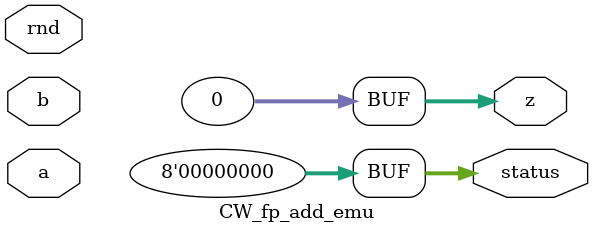
<source format=sv>
module CW_fp_add_emu (a, b, rnd, z, status);

parameter sig_width = 23;
parameter exp_width = 8;
parameter ieee_compliance = 1;
parameter ieee_NaN_compliance = 0;

input [sig_width + exp_width:0] a, b;
input [2:0] rnd;
output [sig_width + exp_width:0] z;
output [7:0] status;

assign status = 0;
assign z = 0;

endmodule

</source>
